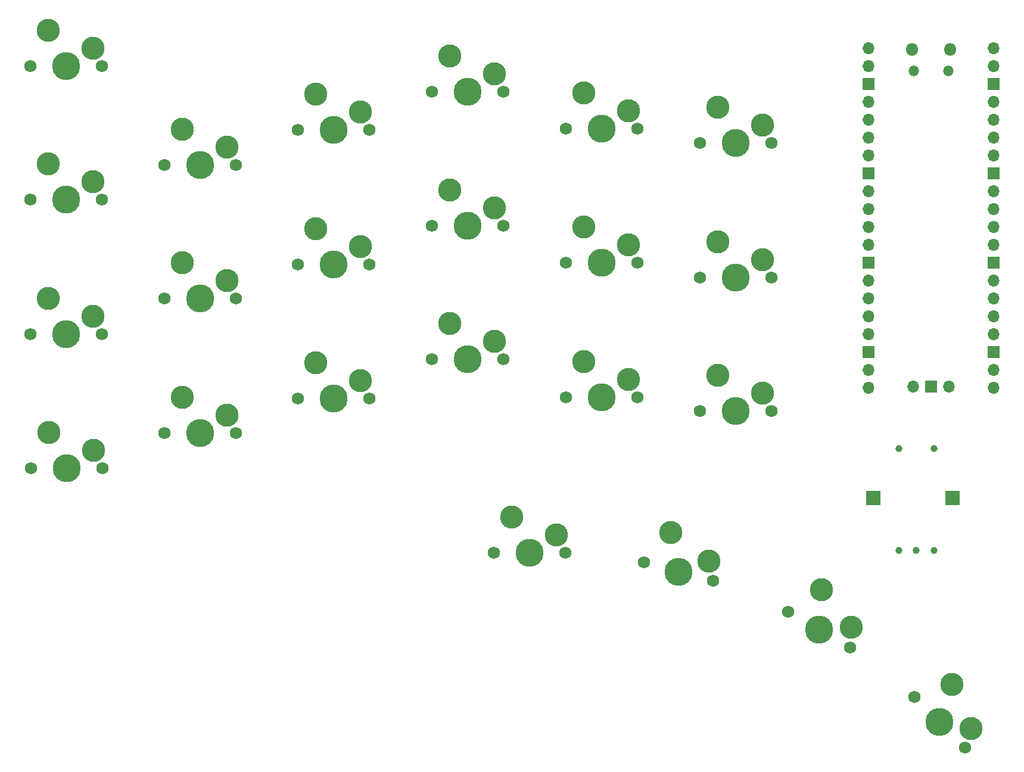
<source format=gbs>
G04 #@! TF.GenerationSoftware,KiCad,Pcbnew,7.0.10-7.0.10~ubuntu23.10.1*
G04 #@! TF.CreationDate,2024-01-07T16:56:53-05:00*
G04 #@! TF.ProjectId,design,64657369-676e-42e6-9b69-6361645f7063,rev?*
G04 #@! TF.SameCoordinates,Original*
G04 #@! TF.FileFunction,Soldermask,Bot*
G04 #@! TF.FilePolarity,Negative*
%FSLAX46Y46*%
G04 Gerber Fmt 4.6, Leading zero omitted, Abs format (unit mm)*
G04 Created by KiCad (PCBNEW 7.0.10-7.0.10~ubuntu23.10.1) date 2024-01-07 16:56:53*
%MOMM*%
%LPD*%
G01*
G04 APERTURE LIST*
%ADD10C,1.750000*%
%ADD11C,3.987800*%
%ADD12C,3.300000*%
%ADD13O,1.800000X1.800000*%
%ADD14O,1.500000X1.500000*%
%ADD15O,1.700000X1.700000*%
%ADD16R,1.700000X1.700000*%
%ADD17C,1.000000*%
%ADD18R,2.000000X2.100000*%
G04 APERTURE END LIST*
D10*
X131686194Y-120270398D03*
D11*
X136593097Y-121585199D03*
D10*
X141500000Y-122900000D03*
D12*
X140930675Y-120117848D03*
X135454446Y-116020895D03*
D10*
X101540000Y-72400000D03*
D11*
X106620000Y-72400000D03*
D10*
X111700000Y-72400000D03*
D12*
X110430000Y-69860000D03*
X104080000Y-67320000D03*
D10*
X110320000Y-118900000D03*
D11*
X115400000Y-118900000D03*
D10*
X120480000Y-118900000D03*
D12*
X119210000Y-116360000D03*
X112860000Y-113820000D03*
D10*
X63510000Y-82800000D03*
D11*
X68590000Y-82800000D03*
D10*
X73670000Y-82800000D03*
D12*
X72400000Y-80260000D03*
X66050000Y-77720000D03*
D10*
X82460000Y-58840000D03*
D11*
X87540000Y-58840000D03*
D10*
X92620000Y-58840000D03*
D12*
X91350000Y-56300000D03*
X85000000Y-53760000D03*
D10*
X82460000Y-77940000D03*
D11*
X87540000Y-77940000D03*
D10*
X92620000Y-77940000D03*
D12*
X91350000Y-75400000D03*
X85000000Y-72860000D03*
D10*
X139640000Y-79800000D03*
D11*
X144720000Y-79800000D03*
D10*
X149800000Y-79800000D03*
D12*
X148530000Y-77260000D03*
X142180000Y-74720000D03*
D10*
X120600000Y-96800000D03*
D11*
X125680000Y-96800000D03*
D10*
X130760000Y-96800000D03*
D12*
X129490000Y-94260000D03*
X123140000Y-91720000D03*
D10*
X82520000Y-97000000D03*
D11*
X87600000Y-97000000D03*
D10*
X92680000Y-97000000D03*
D12*
X91410000Y-94460000D03*
X85060000Y-91920000D03*
D10*
X139640000Y-60700000D03*
D11*
X144720000Y-60700000D03*
D10*
X149800000Y-60700000D03*
D12*
X148530000Y-58160000D03*
X142180000Y-55620000D03*
D10*
X44500000Y-87800000D03*
D11*
X49580000Y-87800000D03*
D10*
X54660000Y-87800000D03*
D12*
X53390000Y-85260000D03*
X47040000Y-82720000D03*
D10*
X120600000Y-58600000D03*
D11*
X125680000Y-58600000D03*
D10*
X130760000Y-58600000D03*
D12*
X129490000Y-56060000D03*
X123140000Y-53520000D03*
D10*
X44500000Y-49700000D03*
D11*
X49580000Y-49700000D03*
D10*
X54660000Y-49700000D03*
D12*
X53390000Y-47160000D03*
X47040000Y-44620000D03*
D13*
X169775000Y-47355000D03*
D14*
X170075000Y-50385000D03*
X174925000Y-50385000D03*
D13*
X175225000Y-47355000D03*
D15*
X163610000Y-47225000D03*
X163610000Y-49765000D03*
D16*
X163610000Y-52305000D03*
D15*
X163610000Y-54845000D03*
X163610000Y-57385000D03*
X163610000Y-59925000D03*
X163610000Y-62465000D03*
D16*
X163610000Y-65005000D03*
D15*
X163610000Y-67545000D03*
X163610000Y-70085000D03*
X163610000Y-72625000D03*
X163610000Y-75165000D03*
D16*
X163610000Y-77705000D03*
D15*
X163610000Y-80245000D03*
X163610000Y-82785000D03*
X163610000Y-85325000D03*
X163610000Y-87865000D03*
D16*
X163610000Y-90405000D03*
D15*
X163610000Y-92945000D03*
X163610000Y-95485000D03*
X181390000Y-95485000D03*
X181390000Y-92945000D03*
D16*
X181390000Y-90405000D03*
D15*
X181390000Y-87865000D03*
X181390000Y-85325000D03*
X181390000Y-82785000D03*
X181390000Y-80245000D03*
D16*
X181390000Y-77705000D03*
D15*
X181390000Y-75165000D03*
X181390000Y-72625000D03*
X181390000Y-70085000D03*
X181390000Y-67545000D03*
D16*
X181390000Y-65005000D03*
D15*
X181390000Y-62465000D03*
X181390000Y-59925000D03*
X181390000Y-57385000D03*
X181390000Y-54845000D03*
D16*
X181390000Y-52305000D03*
D15*
X181390000Y-49765000D03*
X181390000Y-47225000D03*
X169960000Y-95255000D03*
D16*
X172500000Y-95255000D03*
D15*
X175040000Y-95255000D03*
D10*
X44520000Y-106900000D03*
D11*
X49600000Y-106900000D03*
D10*
X54680000Y-106900000D03*
D12*
X53410000Y-104360000D03*
X47060000Y-101820000D03*
D10*
X63500000Y-63800000D03*
D11*
X68580000Y-63800000D03*
D10*
X73660000Y-63800000D03*
D12*
X72390000Y-61260000D03*
X66040000Y-58720000D03*
D10*
X101520000Y-53400000D03*
D11*
X106600000Y-53400000D03*
D10*
X111680000Y-53400000D03*
D12*
X110410000Y-50860000D03*
X104060000Y-48320000D03*
D10*
X63510000Y-101880000D03*
D11*
X68590000Y-101880000D03*
D10*
X73670000Y-101880000D03*
D12*
X72400000Y-99340000D03*
X66050000Y-96800000D03*
D10*
X152200591Y-127260000D03*
D11*
X156600000Y-129800000D03*
D10*
X160999409Y-132340000D03*
D12*
X161169557Y-129505295D03*
X156940295Y-124130591D03*
D10*
X120620000Y-77700000D03*
D11*
X125700000Y-77700000D03*
D10*
X130780000Y-77700000D03*
D12*
X129510000Y-75160000D03*
X123160000Y-72620000D03*
D17*
X167900000Y-118600000D03*
X170400000Y-118600000D03*
X172900000Y-118600000D03*
D18*
X164300000Y-111100000D03*
X175500000Y-111100000D03*
D17*
X167900000Y-104100000D03*
X172900000Y-104100000D03*
D10*
X170100000Y-139400000D03*
D11*
X173692102Y-142992102D03*
D10*
X177284204Y-146584204D03*
D12*
X178182230Y-143890128D03*
X175488153Y-137603948D03*
D10*
X139640000Y-98800000D03*
D11*
X144720000Y-98800000D03*
D10*
X149800000Y-98800000D03*
D12*
X148530000Y-96260000D03*
X142180000Y-93720000D03*
D10*
X44500000Y-68740000D03*
D11*
X49580000Y-68740000D03*
D10*
X54660000Y-68740000D03*
D12*
X53390000Y-66200000D03*
X47040000Y-63660000D03*
D10*
X101500000Y-91400000D03*
D11*
X106580000Y-91400000D03*
D10*
X111660000Y-91400000D03*
D12*
X110390000Y-88860000D03*
X104040000Y-86320000D03*
M02*

</source>
